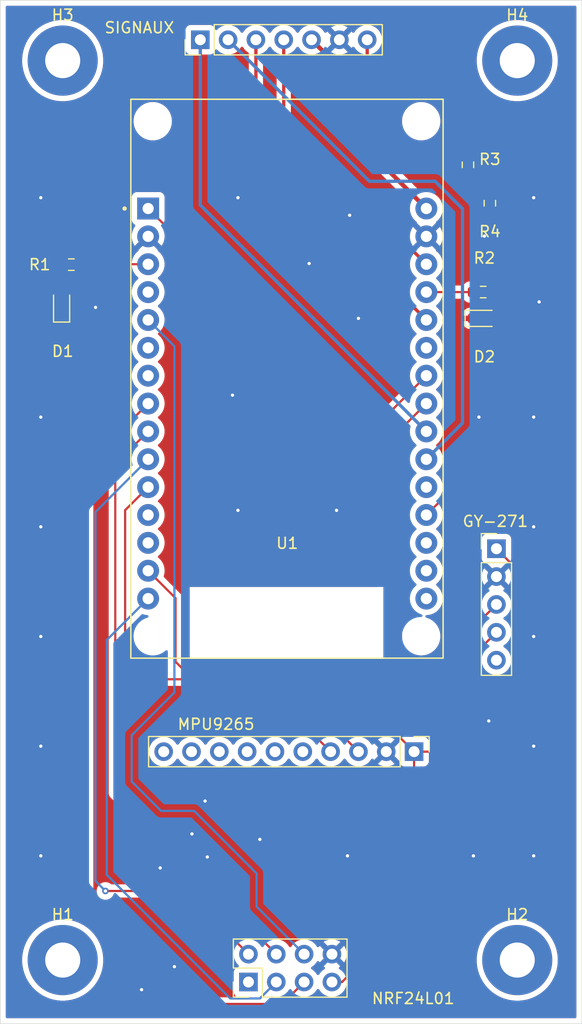
<source format=kicad_pcb>
(kicad_pcb (version 20241229) (generator "pcbnew") (generator_version "9.0")
  (layers (0 "F.Cu" signal) (2 "B.Cu" signal) (13 "F.Paste" user) (15 "B.Paste" user) (5 "F.SilkS" user "F.Silkscreen") (7 "B.SilkS" user "B.Silkscreen") (1 "F.Mask" user) (3 "B.Mask" user) (25 "Edge.Cuts" user))
  (net 0 "")
  (net 1 "Net-(D1-A)")
  (net 2 "GND")
  (net 3 "Net-(D2-A)")
  (net 4 "SDA_0")
  (net 5 "3V3")
  (net 6 "SCL_0")
  (net 7 "SCL_1")
  (net 8 "SDA_1")
  (net 9 "MOSI")
  (net 10 "NRF_CE")
  (net 11 "MISO")
  (net 12 "SCK")
  (net 13 "NRF_CSN")
  (net 14 "Moteur2")
  (net 15 "Moteur3")
  (net 16 "Moteur1")
  (net 17 "BEC_5V")
  (net 18 "BatteryCheck")
  (net 19 "Moteur4")
  (net 20 "GPLED")
  (net 21 "ReadyToFlyLED")
  (net 32 "BAT")
  (footprint "MountingHole:MountingHole_3.2mm_M3_Pad" (layer "F.Cu") (at 22 104.5)
    (property "Reference" "H1" (at 0 -4.15 0) (layer "F.SilkS"))
    (property "Value" "MountingHole" (hide yes))
    (pad "1" thru_hole circle (at 0 0) (size 6.4 6.4) (drill 3.2) (layers "*.Cu" "*.Mask"))
  )
  (footprint "Resistor_SMD:R_0603_1608Metric_Pad0.98x0.95mm_HandSolder" (layer "F.Cu") (at 61 35.5 90)
    (property "Reference" "R4" (at -2.5875 0 180) (layer "F.SilkS"))
    (property "Value" "15000" (hide yes))
    (fp_line (start -0.254724 -0.5225) (end 0.254724 -0.5225) (stroke (width 0.12)) (layer "F.SilkS"))
    (fp_line (start -0.254724 0.5225) (end 0.254724 0.5225) (stroke (width 0.12)) (layer "F.SilkS"))
    (pad "1" smd roundrect (at -0.9125 0 90) (size 0.975 0.95) (layers "F.Cu" "F.Mask" "F.Paste") (net 2 "GND"))
    (pad "2" smd roundrect (at 0.9125 0 90) (size 0.975 0.95) (layers "F.Cu" "F.Mask" "F.Paste") (net 18 "BatteryCheck"))
  )
  (footprint "MountingHole:MountingHole_3.2mm_M3_Pad" (layer "F.Cu") (at 63.5 104.5)
    (property "Reference" "H2" (at 0 -4.15 0) (layer "F.SilkS"))
    (property "Value" "MountingHole" (hide yes))
    (pad "1" thru_hole circle (at 0 0) (size 6.4 6.4) (drill 3.2) (layers "*.Cu" "*.Mask"))
  )
  (footprint "LED_SMD:LED_0603_1608Metric_Pad1.05x0.95mm_HandSolder" (layer "F.Cu") (at 21.9 44.675 90)
    (property "Reference" "D1" (at -4.325 0.1 180) (layer "F.SilkS"))
    (property "Value" "LED")
    (fp_line (start 0.8 -0.735) (end -1.66 -0.735) (stroke (width 0.12)) (layer "F.SilkS"))
    (fp_line (start -1.66 -0.735) (end -1.66 0.735) (stroke (width 0.12)) (layer "F.SilkS"))
    (fp_line (start -1.66 0.735) (end 0.8 0.735) (stroke (width 0.12)) (layer "F.SilkS"))
    (pad "1" smd roundrect (at -0.875 0 90) (size 1.05 0.95) (layers "F.Cu" "F.Mask" "F.Paste") (net 2 "GND"))
    (pad "2" smd roundrect (at 0.875 0 90) (size 1.05 0.95) (layers "F.Cu" "F.Mask" "F.Paste") (net 1 "Net-(D1-A)"))
  )
  (footprint "MountingHole:MountingHole_3.2mm_M3_Pad" (layer "F.Cu") (at 22 22.5)
    (property "Reference" "H3" (at 0 -4.15 0) (layer "F.SilkS"))
    (property "Value" "MountingHole" (hide yes))
    (pad "1" thru_hole circle (at 0 0) (size 6.4 6.4) (drill 3.2) (layers "*.Cu" "*.Mask"))
  )
  (footprint "Resistor_SMD:R_0603_1608Metric_Pad0.98x0.95mm_HandSolder" (layer "F.Cu") (at 59 32 90)
    (property "Reference" "R3" (at 0.5 2 180) (layer "F.SilkS"))
    (property "Value" "100000" (hide yes))
    (fp_line (start -0.254724 -0.5225) (end 0.254724 -0.5225) (stroke (width 0.12)) (layer "F.SilkS"))
    (fp_line (start -0.254724 0.5225) (end 0.254724 0.5225) (stroke (width 0.12)) (layer "F.SilkS"))
    (pad "1" smd roundrect (at -0.9125 0 90) (size 0.975 0.95) (layers "F.Cu" "F.Mask" "F.Paste") (net 18 "BatteryCheck"))
    (pad "2" smd roundrect (at 0.9125 0 90) (size 0.975 0.95) (layers "F.Cu" "F.Mask" "F.Paste") (net 32 "BAT"))
  )
  (footprint "Connector_PinHeader_2.54mm:PinHeader_1x07_P2.54mm_Vertical" (layer "F.Cu") (at 34.56 20.6 90)
    (property "Reference" "SIGNAUX" (at 1.1 -5.56 180) (layer "F.SilkS"))
    (property "Value" "Conn_01x07_Pin" (hide yes))
    (fp_line (start -1.38 -1.38) (end 0 -1.38) (stroke (width 0.12)) (layer "F.SilkS"))
    (fp_line (start -1.38 0) (end -1.38 -1.38) (stroke (width 0.12)) (layer "F.SilkS"))
    (fp_line (start 1.38 1.27) (end 1.38 16.62) (stroke (width 0.12)) (layer "F.SilkS"))
    (fp_line (start -1.38 1.27) (end 1.38 1.27) (stroke (width 0.12)) (layer "F.SilkS"))
    (fp_line (start -1.38 1.27) (end -1.38 16.62) (stroke (width 0.12)) (layer "F.SilkS"))
    (fp_line (start -1.38 16.62) (end 1.38 16.62) (stroke (width 0.12)) (layer "F.SilkS"))
    (pad "1" thru_hole rect (at 0 0 90) (size 1.7 1.7) (drill 1) (layers "*.Cu" "*.Mask") (net 19 "Moteur4"))
    (pad "2" thru_hole circle (at 0 2.54 90) (size 1.7 1.7) (drill 1) (layers "*.Cu" "*.Mask") (net 15 "Moteur3"))
    (pad "3" thru_hole circle (at 0 5.08 90) (size 1.7 1.7) (drill 1) (layers "*.Cu" "*.Mask") (net 14 "Moteur2"))
    (pad "4" thru_hole circle (at 0 7.62 90) (size 1.7 1.7) (drill 1) (layers "*.Cu" "*.Mask") (net 16 "Moteur1"))
    (pad "5" thru_hole circle (at 0 10.16 90) (size 1.7 1.7) (drill 1) (layers "*.Cu" "*.Mask") (net 17 "BEC_5V"))
    (pad "6" thru_hole circle (at 0 12.7 90) (size 1.7 1.7) (drill 1) (layers "*.Cu" "*.Mask") (net 2 "GND"))
    (pad "7" thru_hole circle (at 0 15.24 90) (size 1.7 1.7) (drill 1) (layers "*.Cu" "*.Mask") (net 32 "BAT"))
  )
  (footprint "Resistor_SMD:R_0603_1608Metric_Pad0.98x0.95mm_HandSolder" (layer "F.Cu") (at 22.7875 41.1 180)
    (property "Reference" "R1" (at 2.8875 0 0) (layer "F.SilkS"))
    (property "Value" "500")
    (fp_line (start -0.254724 0.5225) (end 0.254724 0.5225) (stroke (width 0.12)) (layer "F.SilkS"))
    (fp_line (start -0.254724 -0.5225) (end 0.254724 -0.5225) (stroke (width 0.12)) (layer "F.SilkS"))
    (pad "1" smd roundrect (at -0.9125 0 180) (size 0.975 0.95) (layers "F.Cu" "F.Mask" "F.Paste") (net 20 "GPLED"))
    (pad "2" smd roundrect (at 0.9125 0 180) (size 0.975 0.95) (layers "F.Cu" "F.Mask" "F.Paste") (net 1 "Net-(D1-A)"))
  )
  (footprint "Empreinte:MODULE_ESP32_DEVKIT_V1" (layer "F.Cu") (at 42.5 51.5)
    (property "Reference" "U1" (at 0 15 0) (layer "F.SilkS"))
    (property "Value" "ESP32-DEVKIT-V1")
    (fp_line (start -14.28 -25.475) (end -3.211 -25.475) (stroke (width 0.127)) (layer "F.SilkS"))
    (fp_line (start -14.28 -25.475) (end 14.23 -25.475) (stroke (width 0.127)) (layer "F.SilkS"))
    (fp_line (start -14.28 25.475) (end -14.28 -25.475) (stroke (width 0.127)) (layer "F.SilkS"))
    (fp_line (start -14.28 25.475) (end -14.28 -25.475) (stroke (width 0.127)) (layer "F.SilkS"))
    (fp_line (start -14.28 25.475) (end -8.91 25.475) (stroke (width 0.127)) (layer "F.SilkS"))
    (fp_line (start -8.91 25.475) (end 8.78 25.475) (stroke (width 0.127)) (layer "F.SilkS"))
    (fp_line (start -3.211 -25.475) (end 3.5 -25.475) (stroke (width 0.127)) (layer "F.SilkS"))
    (fp_line (start 3.5 -25.475) (end 14.23 -25.475) (stroke (width 0.127)) (layer "F.SilkS"))
    (fp_line (start 8.78 25.475) (end 14.23 25.475) (stroke (width 0.127)) (layer "F.SilkS"))
    (fp_line (start 14.23 -25.475) (end 14.23 25.475) (stroke (width 0.127)) (layer "F.SilkS"))
    (fp_line (start 14.23 -25.475) (end 14.23 25.475) (stroke (width 0.127)) (layer "F.SilkS"))
    (fp_line (start 14.23 25.475) (end -14.28 25.475) (stroke (width 0.127)) (layer "F.SilkS"))
    (fp_circle (center -14.85 -15.515) (end -14.75 -15.515) (stroke (width 0.2)) (fill no) (layer "F.SilkS"))
    (pad "" np_thru_hole circle (at -12.28 -23.475) (size 3 3) (drill 3) (layers "*.Cu" "*.Mask"))
    (pad "" np_thru_hole circle (at -12.28 23.475) (size 3 3) (drill 3) (layers "*.Cu" "*.Mask"))
    (pad "" np_thru_hole circle (at 12.23 -23.475) (size 3 3) (drill 3) (layers "*.Cu" "*.Mask"))
    (pad "" np_thru_hole circle (at 12.23 23.475) (size 3 3) (drill 3) (layers "*.Cu" "*.Mask"))
    (pad "1" thru_hole rect (at -12.7 -15.515) (size 2 2) (drill 1.02) (layers "*.Cu" "*.Mask") (net 5 "3V3"))
    (pad "2" thru_hole circle (at -12.7 -12.975) (size 2 2) (drill 1.02) (layers "*.Cu" "*.Mask") (net 2 "GND"))
    (pad "3" thru_hole circle (at -12.7 -10.435) (size 2 2) (drill 1.02) (layers "*.Cu" "*.Mask") (net 20 "GPLED"))
    (pad "4" thru_hole circle (at -12.7 -7.895) (size 2 2) (drill 1.02) (layers "*.Cu" "*.Mask"))
    (pad "5" thru_hole circle (at -12.7 -5.355) (size 2 2) (drill 1.02) (layers "*.Cu" "*.Mask") (net 10 "NRF_CE"))
    (pad "6" thru_hole circle (at -12.7 -2.815) (size 2 2) (drill 1.02) (layers "*.Cu" "*.Mask"))
    (pad "7" thru_hole circle (at -12.7 -0.275) (size 2 2) (drill 1.02) (layers "*.Cu" "*.Mask"))
    (pad "8" thru_hole circle (at -12.7 2.265) (size 2 2) (drill 1.02) (layers "*.Cu" "*.Mask") (net 13 "NRF_CSN"))
    (pad "9" thru_hole circle (at -12.7 4.805) (size 2 2) (drill 1.02) (layers "*.Cu" "*.Mask") (net 12 "SCK"))
    (pad "10" thru_hole circle (at -12.7 7.345) (size 2 2) (drill 1.02) (layers "*.Cu" "*.Mask") (net 11 "MISO"))
    (pad "11" thru_hole circle (at -12.7 9.885) (size 2 2) (drill 1.02) (layers "*.Cu" "*.Mask") (net 4 "SDA_0"))
    (pad "12" thru_hole circle (at -12.7 12.425) (size 2 2) (drill 1.02) (layers "*.Cu" "*.Mask"))
    (pad "13" thru_hole circle (at -12.7 14.965) (size 2 2) (drill 1.02) (layers "*.Cu" "*.Mask"))
    (pad "14" thru_hole circle (at -12.7 17.505) (size 2 2) (drill 1.02) (layers "*.Cu" "*.Mask") (net 6 "SCL_0"))
    (pad "15" thru_hole circle (at -12.7 20.045) (size 2 2) (drill 1.02) (layers "*.Cu" "*.Mask") (net 9 "MOSI"))
    (pad "16" thru_hole circle (at 12.7 20.045) (size 2 2) (drill 1.02) (layers "*.Cu" "*.Mask"))
    (pad "17" thru_hole circle (at 12.7 17.505) (size 2 2) (drill 1.02) (layers "*.Cu" "*.Mask"))
    (pad "18" thru_hole circle (at 12.7 14.965) (size 2 2) (drill 1.02) (layers "*.Cu" "*.Mask"))
    (pad "19" thru_hole circle (at 12.7 12.425) (size 2 2) (drill 1.02) (layers "*.Cu" "*.Mask") (net 18 "BatteryCheck"))
    (pad "20" thru_hole circle (at 12.7 9.885) (size 2 2) (drill 1.02) (layers "*.Cu" "*.Mask"))
    (pad "21" thru_hole circle (at 12.7 7.345) (size 2 2) (drill 1.02) (layers "*.Cu" "*.Mask") (net 15 "Moteur3"))
    (pad "22" thru_hole circle (at 12.7 4.805) (size 2 2) (drill 1.02) (layers "*.Cu" "*.Mask") (net 19 "Moteur4"))
    (pad "23" thru_hole circle (at 12.7 2.265) (size 2 2) (drill 1.02) (layers "*.Cu" "*.Mask") (net 7 "SCL_1"))
    (pad "24" thru_hole circle (at 12.7 -0.275) (size 2 2) (drill 1.02) (layers "*.Cu" "*.Mask") (net 8 "SDA_1"))
    (pad "25" thru_hole circle (at 12.7 -2.815) (size 2 2) (drill 1.02) (layers "*.Cu" "*.Mask"))
    (pad "26" thru_hole circle (at 12.7 -5.355) (size 2 2) (drill 1.02) (layers "*.Cu" "*.Mask") (net 14 "Moteur2"))
    (pad "27" thru_hole circle (at 12.7 -7.895) (size 2 2) (drill 1.02) (layers "*.Cu" "*.Mask") (net 21 "ReadyToFlyLED"))
    (pad "28" thru_hole circle (at 12.7 -10.435) (size 2 2) (drill 1.02) (layers "*.Cu" "*.Mask") (net 16 "Moteur1"))
    (pad "29" thru_hole circle (at 12.7 -12.975) (size 2 2) (drill 1.02) (layers "*.Cu" "*.Mask") (net 2 "GND"))
    (pad "30" thru_hole circle (at 12.7 -15.515) (size 2 2) (drill 1.02) (layers "*.Cu" "*.Mask") (net 17 "BEC_5V"))
    (zone (net 0) (net_name "") (layer "F.Cu") (connect_pads (clearance 0)) (min_thickness 0.01)
      (keepout (tracks not_allowed) (vias not_allowed) (pads not_allowed) (copperpour not_allowed) (footprints allowed))
      (fill (thermal_gap 0.508) (thermal_bridge_width 0.508))
      (polygon (pts (xy 33.59 70.485) (xy 51.28 70.485) (xy 51.28 76.975) (xy 33.59 76.975)))
    )
    (zone (net 0) (net_name "") (layer "B.Cu") (connect_pads (clearance 0)) (min_thickness 0.01)
      (keepout (tracks not_allowed) (vias not_allowed) (pads not_allowed) (copperpour not_allowed) (footprints allowed))
      (fill (thermal_gap 0.508) (thermal_bridge_width 0.508))
      (polygon (pts (xy 33.59 70.485) (xy 51.28 70.485) (xy 51.28 76.975) (xy 33.59 76.975)))
    )
  )
  (footprint "LED_SMD:LED_0603_1608Metric_Pad1.05x0.95mm_HandSolder" (layer "F.Cu") (at 60.4 46)
    (property "Reference" "D2" (at 0.1 3.5 0) (layer "F.SilkS"))
    (property "Value" "LED")
    (fp_line (start -1.66 -0.735) (end -1.66 0.735) (stroke (width 0.12)) (layer "F.SilkS"))
    (fp_line (start -1.66 0.735) (end 0.8 0.735) (stroke (width 0.12)) (layer "F.SilkS"))
    (fp_line (start 0.8 -0.735) (end -1.66 -0.735) (stroke (width 0.12)) (layer "F.SilkS"))
    (pad "1" smd roundrect (at -0.875 0) (size 1.05 0.95) (layers "F.Cu" "F.Mask" "F.Paste") (net 2 "GND"))
    (pad "2" smd roundrect (at 0.875 0) (size 1.05 0.95) (layers "F.Cu" "F.Mask" "F.Paste") (net 3 "Net-(D2-A)"))
  )
  (footprint "Connector_PinHeader_2.54mm:PinHeader_1x05_P2.54mm_Vertical" (layer "F.Cu") (at 61.6 67)
    (property "Reference" "GY-271" (at -0.1 -2.5 0) (layer "F.SilkS"))
    (property "Value" "Conn_01x05_Pin" (hide yes))
    (fp_line (start -1.38 -1.38) (end 0 -1.38) (stroke (width 0.12)) (layer "F.SilkS"))
    (fp_line (start -1.38 0) (end -1.38 -1.38) (stroke (width 0.12)) (layer "F.SilkS"))
    (fp_line (start -1.38 1.27) (end -1.38 11.54) (stroke (width 0.12)) (layer "F.SilkS"))
    (fp_line (start -1.38 1.27) (end 1.38 1.27) (stroke (width 0.12)) (layer "F.SilkS"))
    (fp_line (start -1.38 11.54) (end 1.38 11.54) (stroke (width 0.12)) (layer "F.SilkS"))
    (fp_line (start 1.38 1.27) (end 1.38 11.54) (stroke (width 0.12)) (layer "F.SilkS"))
    (pad "1" thru_hole rect (at 0 0) (size 1.7 1.7) (drill 1) (layers "*.Cu" "*.Mask") (net 5 "3V3"))
    (pad "2" thru_hole circle (at 0 2.54) (size 1.7 1.7) (drill 1) (layers "*.Cu" "*.Mask") (net 2 "GND"))
    (pad "3" thru_hole circle (at 0 5.08) (size 1.7 1.7) (drill 1) (layers "*.Cu" "*.Mask") (net 7 "SCL_1"))
    (pad "4" thru_hole circle (at 0 7.62) (size 1.7 1.7) (drill 1) (layers "*.Cu" "*.Mask") (net 8 "SDA_1"))
    (pad "5" thru_hole circle (at 0 10.16) (size 1.7 1.7) (drill 1) (layers "*.Cu" "*.Mask"))
  )
  (footprint "Resistor_SMD:R_0603_1608Metric_Pad0.98x0.95mm_HandSolder" (layer "F.Cu") (at 60.3875 43.6)
    (property "Reference" "R2" (at 0.1125 -3.1 0) (layer "F.SilkS"))
    (property "Value" "500" (hide yes))
    (fp_line (start -0.254724 -0.5225) (end 0.254724 -0.5225) (stroke (width 0.12)) (layer "F.SilkS"))
    (fp_line (start -0.254724 0.5225) (end 0.254724 0.5225) (stroke (width 0.12)) (layer "F.SilkS"))
    (pad "1" smd roundrect (at -0.9125 0) (size 0.975 0.95) (layers "F.Cu" "F.Mask" "F.Paste") (net 21 "ReadyToFlyLED"))
    (pad "2" smd roundrect (at 0.9125 0) (size 0.975 0.95) (layers "F.Cu" "F.Mask" "F.Paste") (net 3 "Net-(D2-A)"))
  )
  (footprint "MountingHole:MountingHole_3.2mm_M3_Pad" (layer "F.Cu") (at 63.5 22.5)
    (property "Reference" "H4" (at 0 -4.15 0) (layer "F.SilkS"))
    (property "Value" "MountingHole" (hide yes))
    (pad "1" thru_hole circle (at 0 0) (size 6.4 6.4) (drill 3.2) (layers "*.Cu" "*.Mask"))
  )
  (footprint "Connector_PinHeader_2.54mm:PinHeader_1x10_P2.54mm_Vertical" (layer "F.Cu") (at 54.08 85.5 -90)
    (property "Reference" "MPU9265" (at -2.5 18.08 180) (layer "F.SilkS"))
    (property "Value" "Conn_01x10_Pin" (hide yes))
    (fp_line (start -1.38 24.24) (end 1.38 24.24) (stroke (width 0.12)) (layer "F.SilkS"))
    (fp_line (start -1.38 1.27) (end -1.38 24.24) (stroke (width 0.12)) (layer "F.SilkS"))
    (fp_line (start -1.38 1.27) (end 1.38 1.27) (stroke (width 0.12)) (layer "F.SilkS"))
    (fp_line (start 1.38 1.27) (end 1.38 24.24) (stroke (width 0.12)) (layer "F.SilkS"))
    (fp_line (start -1.38 0) (end -1.38 -1.38) (stroke (width 0.12)) (layer "F.SilkS"))
    (fp_line (start -1.38 -1.38) (end 0 -1.38) (stroke (width 0.12)) (layer "F.SilkS"))
    (pad "1" thru_hole rect (at 0 0 270) (size 1.7 1.7) (drill 1) (layers "*.Cu" "*.Mask") (net 5 "3V3"))
    (pad "2" thru_hole circle (at 0 2.54 270) (size 1.7 1.7) (drill 1) (layers "*.Cu" "*.Mask") (net 2 "GND"))
    (pad "3" thru_hole circle (at 0 5.08 270) (size 1.7 1.7) (drill 1) (layers "*.Cu" "*.Mask") (net 6 "SCL_0"))
    (pad "4" thru_hole circle (at 0 7.62 270) (size 1.7 1.7) (drill 1) (layers "*.Cu" "*.Mask") (net 4 "SDA_0"))
    (pad "5" thru_hole circle (at 0 10.16 270) (size 1.7 1.7) (drill 1) (layers "*.Cu" "*.Mask"))
    (pad "6" thru_hole circle (at 0 12.7 270) (size 1.7 1.7) (drill 1) (layers "*.Cu" "*.Mask"))
    (pad "7" thru_hole circle (at 0 15.24 270) (size 1.7 1.7) (drill 1) (layers "*.Cu" "*.Mask"))
    (pad "8" thru_hole circle (at 0 17.78 270) (size 1.7 1.7) (drill 1) (layers "*.Cu" "*.Mask"))
    (pad "9" thru_hole circle (at 0 20.32 270) (size 1.7 1.7) (drill 1) (layers "*.Cu" "*.Mask"))
    (pad "10" thru_hole circle (at 0 22.86 270) (size 1.7 1.7) (drill 1) (layers "*.Cu" "*.Mask"))
  )
  (footprint "Connector_PinHeader_2.54mm:PinHeader_2x04_P2.54mm_Vertical" (layer "F.Cu") (at 38.96 106.5 90)
    (property "Reference" "NRF24L01" (at -1.5 15.04 180) (layer "F.SilkS"))
    (property "Value" "Conn_02x04_Odd_Even" (hide yes))
    (fp_line (start 3.92 -1.38) (end 3.92 9) (stroke (width 0.12)) (layer "F.SilkS"))
    (fp_line (start 1.27 -1.38) (end 3.92 -1.38) (stroke (width 0.12)) (layer "F.SilkS"))
    (fp_line (start -1.38 -1.38) (end 0 -1.38) (stroke (width 0.12)) (layer "F.SilkS"))
    (fp_line (start -1.38 0) (end -1.38 -1.38) (stroke (width 0.12)) (layer "F.SilkS"))
    (fp_line (start 1.27 1.27) (end 1.27 -1.38) (stroke (width 0.12)) (layer "F.SilkS"))
    (fp_line (start -1.38 1.27) (end 1.27 1.27) (stroke (width 0.12)) (layer "F.SilkS"))
    (fp_line (start -1.38 1.27) (end -1.38 9) (stroke (width 0.12)) (layer "F.SilkS"))
    (fp_line (start -1.38 9) (end 3.92 9) (stroke (width 0.12)) (layer "F.SilkS"))
    (pad "1" thru_hole rect (at 0 0 90) (size 1.7 1.7) (drill 1) (layers "*.Cu" "*.Mask"))
    (pad "2" thru_hole circle (at 2.54 0 90) (size 1.7 1.7) (drill 1) (layers "*.Cu" "*.Mask") (net 11 "MISO"))
    (pad "3" thru_hole circle (at 0 2.54 90) (size 1.7 1.7) (drill 1) (layers "*.Cu" "*.Mask") (net 9 "MOSI"))
    (pad "4" thru_hole circle (at 2.54 2.54 90) (size 1.7 1.7) (drill 1) (layers "*.Cu" "*.Mask") (net 12 "SCK"))
    (pad "5" thru_hole circle (at 0 5.08 90) (size 1.7 1.7) (drill 1) (layers "*.Cu" "*.Mask") (net 13 "NRF_CSN"))
    (pad "6" thru_hole circle (at 2.54 5.08 90) (size 1.7 1.7) (drill 1) (layers "*.Cu" "*.Mask") (net 10 "NRF_CE"))
    (pad "7" thru_hole circle (at 0 7.62 90) (size 1.7 1.7) (drill 1) (layers "*.Cu" "*.Mask") (net 5 "3V3"))
    (pad "8" thru_hole circle (at 2.54 7.62 90) (size 1.7 1.7) (drill 1) (layers "*.Cu" "*.Mask") (net 2 "GND"))
  )
  (gr_rect (start 16.3 17) (end 69.4 110.3) (stroke (width 0.05)) (fill no) (layer "Edge.Cuts"))
  (segment (start 21.875 43.775) (end 21.9 43.8) (width 0.2) (layer "F.Cu") (net 1))
  (segment (start 21.875 41.1) (end 21.875 43.775) (width 0.2) (layer "F.Cu") (net 1))
  (segment (start 33.8 91.2) (end 35 90) (width 0.2) (layer "F.Cu") (net 2))
  (segment (start 33.8 93) (end 33.8 91.2) (width 0.2) (layer "F.Cu") (net 2))
  (via (at 65 75) (size 0.6) (drill 0.3) (layers "F.Cu" "B.Cu") (net 2))
  (via (at 65 95) (size 0.6) (drill 0.3) (layers "F.Cu" "B.Cu") (net 2))
  (via (at 60.5 38.5) (size 0.6) (drill 0.3) (layers "F.Cu" "B.Cu") (net 2))
  (via (at 20 95) (size 0.6) (drill 0.3) (layers "F.Cu" "B.Cu") (net 2))
  (via (at 65 35) (size 0.6) (drill 0.3) (layers "F.Cu" "B.Cu") (net 2))
  (via (at 47 63.5) (size 0.6) (drill 0.3) (layers "F.Cu" "B.Cu") (net 2))
  (via (at 65 85) (size 0.6) (drill 0.3) (layers "F.Cu" "B.Cu") (net 2))
  (via (at 33.8 93) (size 0.6) (drill 0.3) (layers "F.Cu" "B.Cu") (net 2))
  (via (at 20 75) (size 0.6) (drill 0.3) (layers "F.Cu" "B.Cu") (net 2))
  (via (at 29.2 107.2) (size 0.6) (drill 0.3) (layers "F.Cu" "B.Cu") (net 2))
  (via (at 20 35) (size 0.6) (drill 0.3) (layers "F.Cu" "B.Cu") (net 2))
  (via (at 37.5 53) (size 0.6) (drill 0.3) (layers "F.Cu" "B.Cu") (net 2))
  (via (at 65.5 44.5) (size 0.6) (drill 0.3) (layers "F.Cu" "B.Cu") (net 2))
  (via (at 30.9 96.1) (size 0.6) (drill 0.3) (layers "F.Cu" "B.Cu") (net 2))
  (via (at 44.5 41) (size 0.6) (drill 0.3) (layers "F.Cu" "B.Cu") (net 2))
  (via (at 59.5 95) (size 0.6) (drill 0.3) (layers "F.Cu" "B.Cu") (net 2))
  (via (at 65 65) (size 0.6) (drill 0.3) (layers "F.Cu" "B.Cu") (net 2))
  (via (at 40 93.5) (size 0.6) (drill 0.3) (layers "F.Cu" "B.Cu") (net 2))
  (via (at 60 55) (size 0.6) (drill 0.3) (layers "F.Cu" "B.Cu") (net 2))
  (via (at 25 45) (size 0.6) (drill 0.3) (layers "F.Cu" "B.Cu") (net 2))
  (via (at 38 63.5) (size 0.6) (drill 0.3) (layers "F.Cu" "B.Cu") (net 2))
  (via (at 60.9 82.7) (size 0.6) (drill 0.3) (layers "F.Cu" "B.Cu") (net 2))
  (via (at 35.2 95.1) (size 0.6) (drill 0.3) (layers "F.Cu" "B.Cu") (net 2))
  (via (at 20 85) (size 0.6) (drill 0.3) (layers "F.Cu" "B.Cu") (net 2))
  (via (at 48 95) (size 0.6) (drill 0.3) (layers "F.Cu" "B.Cu") (net 2))
  (via (at 20 65) (size 0.6) (drill 0.3) (layers "F.Cu" "B.Cu") (net 2))
  (via (at 65 55) (size 0.6) (drill 0.3) (layers "F.Cu" "B.Cu") (net 2))
  (via (at 49 46) (size 0.6) (drill 0.3) (layers "F.Cu" "B.Cu") (net 2))
  (via (at 20 55) (size 0.6) (drill 0.3) (layers "F.Cu" "B.Cu") (net 2))
  (via (at 38 35) (size 0.6) (drill 0.3) (layers "F.Cu" "B.Cu") (net 2))
  (via (at 32.2 105.1) (size 0.6) (drill 0.3) (layers "F.Cu" "B.Cu") (net 2))
  (via (at 35 90) (size 0.6) (drill 0.3) (layers "F.Cu" "B.Cu") (net 2))
  (via (at 48.2 36.6) (size 0.6) (drill 0.3) (layers "F.Cu" "B.Cu") (net 2))
  (segment (start 62.7 82.7) (end 65 85) (width 0.2) (layer "B.Cu") (net 2))
  (segment (start 48.2 36.6) (end 44.5 40.3) (width 0.2) (layer "B.Cu") (net 2))
  (segment (start 44.5 40.3) (end 44.5 41) (width 0.2) (layer "B.Cu") (net 2))
  (segment (start 31.3 105.1) (end 29.2 107.2) (width 0.2) (layer "B.Cu") (net 2))
  (segment (start 32.2 105.1) (end 31.3 105.1) (width 0.2) (layer "B.Cu") (net 2))
  (segment (start 48 95) (end 59.5 95) (width 0.2) (layer "B.Cu") (net 2))
  (segment (start 60.9 82.7) (end 62.7 82.7) (width 0.2) (layer "B.Cu") (net 2))
  (segment (start 35.2 95.1) (end 34.2 96.1) (width 0.2) (layer "B.Cu") (net 2))
  (segment (start 34.2 96.1) (end 30.9 96.1) (width 0.2) (layer "B.Cu") (net 2))
  (segment (start 61.3 43.6) (end 61.3 45.975) (width 0.2) (layer "F.Cu") (net 3))
  (segment (start 61.3 45.975) (end 61.275 46) (width 0.2) (layer "F.Cu") (net 3))
  (segment (start 39.86 78.9) (end 46.46 85.5) (width 0.2) (layer "F.Cu") (net 4))
  (segment (start 29.8 61.385) (end 27.7 63.485) (width 0.2) (layer "F.Cu") (net 4))
  (segment (start 29.6 78.9) (end 39.86 78.9) (width 0.2) (layer "F.Cu") (net 4))
  (segment (start 27.7 63.485) (end 27.7 77) (width 0.2) (layer "F.Cu") (net 4))
  (segment (start 27.7 77) (end 29.6 78.9) (width 0.2) (layer "F.Cu") (net 4))
  (segment (start 51.381 57.566) (end 51.381 82.801) (width 0.2) (layer "F.Cu") (net 5))
  (segment (start 61.4 85.5) (end 54.08 85.5) (width 0.2) (layer "F.Cu") (net 5))
  (segment (start 63.6 69) (end 63.6 83.3) (width 0.2) (layer "F.Cu") (net 5))
  (segment (start 61.6 67) (end 63.6 69) (width 0.2) (layer "F.Cu") (net 5))
  (segment (start 29.8 35.985) (end 51.381 57.566) (width 0.2) (layer "F.Cu") (net 5))
  (segment (start 54.08 99.92) (end 47.5 106.5) (width 0.2) (layer "F.Cu") (net 5))
  (segment (start 47.5 106.5) (end 46.58 106.5) (width 0.2) (layer "F.Cu") (net 5))
  (segment (start 63.6 83.3) (end 61.4 85.5) (width 0.2) (layer "F.Cu") (net 5))
  (segment (start 51.381 82.801) (end 54.08 85.5) (width 0.2) (layer "F.Cu") (net 5))
  (segment (start 54.08 85.5) (end 54.08 99.92) (width 0.2) (layer "F.Cu") (net 5))
  (segment (start 41.9 78.4) (end 33.4 78.4) (width 0.2) (layer "F.Cu") (net 6))
  (segment (start 32.3 77.3) (end 32.3 71.505) (width 0.2) (layer "F.Cu") (net 6))
  (segment (start 33.4 78.4) (end 32.3 77.3) (width 0.2) (layer "F.Cu") (net 6))
  (segment (start 32.3 71.505) (end 29.8 69.005) (width 0.2) (layer "F.Cu") (net 6))
  (segment (start 49 85.5) (end 41.9 78.4) (width 0.2) (layer "F.Cu") (net 6))
  (segment (start 55.2 53.765) (end 52.879 56.086) (width 0.2) (layer "F.Cu") (net 7))
  (segment (start 52.879 56.086) (end 52.879 77.879) (width 0.2) (layer "F.Cu") (net 7))
  (segment (start 53.5 78.5) (end 55.18 78.5) (width 0.2) (layer "F.Cu") (net 7))
  (segment (start 52.879 77.879) (end 53.5 78.5) (width 0.2) (layer "F.Cu") (net 7))
  (segment (start 55.18 78.5) (end 61.6 72.08) (width 0.2) (layer "F.Cu") (net 7))
  (segment (start 52.2 54.225) (end 52.2 78.4) (width 0.2) (layer "F.Cu") (net 8))
  (segment (start 52.2 78.4) (end 53 79.2) (width 0.2) (layer "F.Cu") (net 8))
  (segment (start 55.2 51.225) (end 52.2 54.225) (width 0.2) (layer "F.Cu") (net 8))
  (segment (start 53 79.2) (end 57.02 79.2) (width 0.2) (layer "F.Cu") (net 8))
  (segment (start 57.02 79.2) (end 61.6 74.62) (width 0.2) (layer "F.Cu") (net 8))
  (segment (start 40 108) (end 41.5 106.5) (width 0.2) (layer "B.Cu") (net 9))
  (segment (start 37.3 108) (end 40 108) (width 0.2) (layer "B.Cu") (net 9))
  (segment (start 26.0225 96.7225) (end 37.3 108) (width 0.2) (layer "B.Cu") (net 9))
  (segment (start 29.8 71.545) (end 26.0225 75.3225) (width 0.2) (layer "B.Cu") (net 9))
  (segment (start 26.0225 75.3225) (end 26.0225 96.7225) (width 0.2) (layer "B.Cu") (net 9))
  (segment (start 28.3 84) (end 32.2 80.1) (width 0.2) (layer "B.Cu") (net 10))
  (segment (start 32.2 48.545) (end 29.8 46.145) (width 0.2) (layer "B.Cu") (net 10))
  (segment (start 30.98 90.9) (end 34 90.9) (width 0.2) (layer "B.Cu") (net 10))
  (segment (start 39.7 96.6) (end 39.7 99.62) (width 0.2) (layer "B.Cu") (net 10))
  (segment (start 39.7 99.62) (end 44.04 103.96) (width 0.2) (layer "B.Cu") (net 10))
  (segment (start 28.3 88.22) (end 30.98 90.9) (width 0.2) (layer "B.Cu") (net 10))
  (segment (start 32.2 80.1) (end 32.2 48.545) (width 0.2) (layer "B.Cu") (net 10))
  (segment (start 34 90.9) (end 39.7 96.6) (width 0.2) (layer "B.Cu") (net 10))
  (segment (start 28.3 88.22) (end 28.3 84) (width 0.2) (layer "B.Cu") (net 10))
  (segment (start 33.2 98.2) (end 38.96 103.96) (width 0.2) (layer "F.Cu") (net 11))
  (segment (start 25.9 98.2) (end 33.2 98.2) (width 0.2) (layer "F.Cu") (net 11))
  (via (at 25.9 98.2) (size 0.6) (drill 0.3) (layers "F.Cu" "B.Cu") (net 11))
  (segment (start 25 97.3) (end 25.9 98.2) (width 0.2) (layer "B.Cu") (net 11))
  (segment (start 25 63.645) (end 25 97.3) (width 0.2) (layer "B.Cu") (net 11))
  (segment (start 29.8 58.845) (end 25 63.645) (width 0.2) (layer "B.Cu") (net 11))
  (segment (start 26.8 59.305) (end 26.8 89.26) (width 0.2) (layer "F.Cu") (net 12))
  (segment (start 26.8 89.26) (end 41.5 103.96) (width 0.2) (layer "F.Cu") (net 12))
  (segment (start 29.8 56.305) (end 26.8 59.305) (width 0.2) (layer "F.Cu") (net 12))
  (segment (start 24.2 98.7) (end 34 108.5) (width 0.2) (layer "F.Cu") (net 13))
  (segment (start 34 108.5) (end 42.04 108.5) (width 0.2) (layer "F.Cu") (net 13))
  (segment (start 29.8 53.765) (end 24.2 59.365) (width 0.2) (layer "F.Cu") (net 13))
  (segment (start 24.2 59.365) (end 24.2 98.7) (width 0.2) (layer "F.Cu") (net 13))
  (segment (start 42.04 108.5) (end 44.04 106.5) (width 0.2) (layer "F.Cu") (net 13))
  (segment (start 39.64 30.585) (end 55.2 46.145) (width 0.3) (layer "F.Cu") (net 14))
  (segment (start 39.64 20.6) (end 39.64 30.585) (width 0.3) (layer "F.Cu") (net 14))
  (segment (start 58.5 36) (end 56 33.5) (width 0.3) (layer "B.Cu") (net 15))
  (segment (start 56 33.5) (end 50 33.5) (width 0.3) (layer "B.Cu") (net 15))
  (segment (start 58.5 55.545) (end 58.5 36) (width 0.3) (layer "B.Cu") (net 15))
  (segment (start 55.2 58.845) (end 58.5 55.545) (width 0.3) (layer "B.Cu") (net 15))
  (segment (start 50 33.5) (end 37.1 20.6) (width 0.3) (layer "B.Cu") (net 15))
  (segment (start 42.18 20.6) (end 42.18 28.045) (width 0.3) (layer "F.Cu") (net 16))
  (segment (start 42.18 28.045) (end 55.2 41.065) (width 0.3) (layer "F.Cu") (net 16))
  (segment (start 49.12 29.905) (end 55.2 35.985) (width 0.4) (layer "F.Cu") (net 17))
  (segment (start 44.72 20.6) (end 49.12 25) (width 0.4) (layer "F.Cu") (net 17))
  (segment (start 49.12 25) (end 49.12 29.905) (width 0.4) (layer "F.Cu") (net 17))
  (segment (start 63 55) (end 62.101 55.899) (width 0.2) (layer "F.Cu") (net 18))
  (segment (start 63 35.175) (end 63 55) (width 0.2) (layer "F.Cu") (net 18))
  (segment (start 62.101 55.899) (end 62.101 57.024) (width 0.2) (layer "F.Cu") (net 18))
  (segment (start 60.675 34.5875) (end 59 32.9125) (width 0.2) (layer "F.Cu") (net 18))
  (segment (start 62.4125 34.5875) (end 61 34.5875) (width 0.2) (layer "F.Cu") (net 18))
  (segment (start 55.2 63.925) (end 62.101 57.024) (width 0.2) (layer "F.Cu") (net 18))
  (segment (start 61 34.5875) (end 60.675 34.5875) (width 0.2) (layer "F.Cu") (net 18))
  (segment (start 63 35.175) (end 62.4125 34.5875) (width 0.2) (layer "F.Cu") (net 18))
  (segment (start 34.56 20.6) (end 34.56 35.665) (width 0.3) (layer "B.Cu") (net 19))
  (segment (start 34.56 35.665) (end 55.2 56.305) (width 0.3) (layer "B.Cu") (net 19))
  (segment (start 23.735 41.065) (end 23.7 41.1) (width 0.2) (layer "F.Cu") (net 20))
  (segment (start 29.8 41.065) (end 23.735 41.065) (width 0.2) (layer "F.Cu") (net 20))
  (segment (start 55.2 43.605) (end 59.47 43.605) (width 0.2) (layer "F.Cu") (net 21))
  (segment (start 59.47 43.605) (end 59.475 43.6) (width 0.2) (layer "F.Cu") (net 21))
  (segment (start 49.8 28.8) (end 49.8 20.6) (width 0.3) (layer "F.Cu") (net 32))
  (segment (start 59 31.0875) (end 52.0875 31.0875) (width 0.3) (layer "F.Cu") (net 32))
  (segment (start 52.0875 31.0875) (end 49.8 28.8) (width 0.3) (layer "F.Cu") (net 32))
  (zone (net 2) (net_name "GND") (layers "F.Cu" "B.Cu") (connect_pads (clearance 0.5)) (min_thickness 0.25) (fill yes (thermal_gap 0.5) (thermal_bridge_width 0.5))
    (polygon (pts (xy 16.3 17) (xy 16.3 110.3) (xy 69.4 110.3) (xy 69.4 17)))
  )
)
</source>
